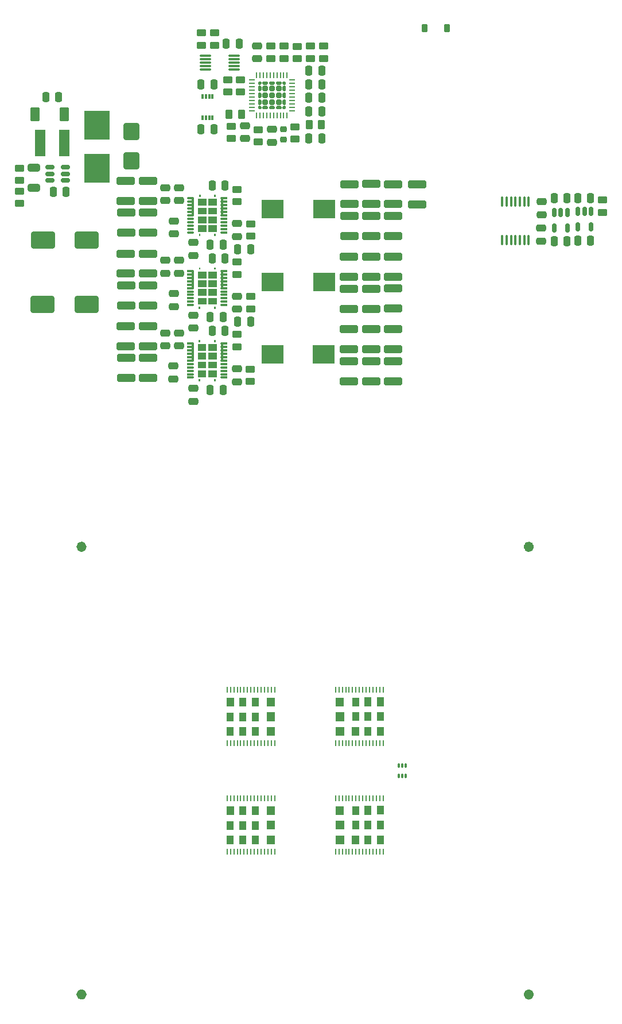
<source format=gtp>
G04 #@! TF.GenerationSoftware,KiCad,Pcbnew,8.0.1-8.0.1-1~ubuntu22.04.1*
G04 #@! TF.CreationDate,2024-10-18T17:17:45+02:00*
G04 #@! TF.ProjectId,nerdqaxe++,6e657264-7161-4786-952b-2b2e6b696361,rev?*
G04 #@! TF.SameCoordinates,Original*
G04 #@! TF.FileFunction,Paste,Top*
G04 #@! TF.FilePolarity,Positive*
%FSLAX46Y46*%
G04 Gerber Fmt 4.6, Leading zero omitted, Abs format (unit mm)*
G04 Created by KiCad (PCBNEW 8.0.1-8.0.1-1~ubuntu22.04.1) date 2024-10-18 17:17:45*
%MOMM*%
%LPD*%
G01*
G04 APERTURE LIST*
G04 Aperture macros list*
%AMRoundRect*
0 Rectangle with rounded corners*
0 $1 Rounding radius*
0 $2 $3 $4 $5 $6 $7 $8 $9 X,Y pos of 4 corners*
0 Add a 4 corners polygon primitive as box body*
4,1,4,$2,$3,$4,$5,$6,$7,$8,$9,$2,$3,0*
0 Add four circle primitives for the rounded corners*
1,1,$1+$1,$2,$3*
1,1,$1+$1,$4,$5*
1,1,$1+$1,$6,$7*
1,1,$1+$1,$8,$9*
0 Add four rect primitives between the rounded corners*
20,1,$1+$1,$2,$3,$4,$5,0*
20,1,$1+$1,$4,$5,$6,$7,0*
20,1,$1+$1,$6,$7,$8,$9,0*
20,1,$1+$1,$8,$9,$2,$3,0*%
%AMFreePoly0*
4,1,19,0.178553,0.213392,0.221317,0.164040,0.231790,0.115895,0.231790,-0.012362,0.213392,-0.075020,0.197845,-0.094312,0.094312,-0.197845,0.036997,-0.229141,0.012362,-0.231790,-0.115895,-0.231790,-0.178553,-0.213392,-0.221317,-0.164040,-0.231790,-0.115895,-0.231790,0.115895,-0.213392,0.178553,-0.164040,0.221317,-0.115895,0.231790,0.115895,0.231790,0.178553,0.213392,0.178553,0.213392,
$1*%
%AMFreePoly1*
4,1,21,0.122595,0.381565,0.128518,0.376137,0.204814,0.299841,0.231439,0.242746,0.231789,0.234719,0.231789,-0.234719,0.210242,-0.293918,0.204814,-0.299841,0.128518,-0.376137,0.071423,-0.402762,0.063396,-0.403112,-0.139692,-0.403112,-0.198891,-0.381565,-0.230390,-0.327007,-0.231789,-0.311015,-0.231789,0.311015,-0.210242,0.370214,-0.155684,0.401713,-0.139692,0.403112,0.063396,0.403112,
0.122595,0.381565,0.122595,0.381565,$1*%
%AMFreePoly2*
4,1,19,0.075020,0.213392,0.094312,0.197845,0.197845,0.094312,0.229141,0.036997,0.231790,0.012362,0.231790,-0.115895,0.213392,-0.178553,0.164040,-0.221317,0.115895,-0.231790,-0.115895,-0.231790,-0.178553,-0.213392,-0.221317,-0.164040,-0.231790,-0.115895,-0.231790,0.115895,-0.213392,0.178553,-0.164040,0.221317,-0.115895,0.231790,0.012362,0.231790,0.075020,0.213392,0.075020,0.213392,
$1*%
%AMFreePoly3*
4,1,21,0.370214,0.210242,0.401713,0.155684,0.403112,0.139692,0.403112,-0.063396,0.381565,-0.122595,0.376137,-0.128518,0.299841,-0.204814,0.242746,-0.231439,0.234719,-0.231789,-0.234719,-0.231789,-0.293918,-0.210242,-0.299841,-0.204814,-0.376137,-0.128518,-0.402762,-0.071423,-0.403112,-0.063396,-0.403112,0.139692,-0.381565,0.198891,-0.327007,0.230390,-0.311015,0.231789,0.311015,0.231789,
0.370214,0.210242,0.370214,0.210242,$1*%
%AMFreePoly4*
4,1,21,0.293918,0.210242,0.299841,0.204814,0.376137,0.128518,0.402762,0.071423,0.403112,0.063396,0.403112,-0.139692,0.381565,-0.198891,0.327007,-0.230390,0.311015,-0.231789,-0.311015,-0.231789,-0.370214,-0.210242,-0.401713,-0.155684,-0.403112,-0.139692,-0.403112,0.063396,-0.381565,0.122595,-0.376137,0.128518,-0.299841,0.204814,-0.242746,0.231439,-0.234719,0.231789,0.234719,0.231789,
0.293918,0.210242,0.293918,0.210242,$1*%
%AMFreePoly5*
4,1,19,0.178553,0.213392,0.221317,0.164040,0.231790,0.115895,0.231790,-0.115895,0.213392,-0.178553,0.164040,-0.221317,0.115895,-0.231790,-0.012362,-0.231790,-0.075020,-0.213392,-0.094312,-0.197845,-0.197845,-0.094312,-0.229141,-0.036997,-0.231790,-0.012362,-0.231790,0.115895,-0.213392,0.178553,-0.164040,0.221317,-0.115895,0.231790,0.115895,0.231790,0.178553,0.213392,0.178553,0.213392,
$1*%
%AMFreePoly6*
4,1,21,0.198891,0.381565,0.230390,0.327007,0.231789,0.311015,0.231789,-0.311015,0.210242,-0.370214,0.155684,-0.401713,0.139692,-0.403112,-0.063396,-0.403112,-0.122595,-0.381565,-0.128518,-0.376137,-0.204814,-0.299841,-0.231439,-0.242746,-0.231789,-0.234719,-0.231789,0.234719,-0.210242,0.293918,-0.204814,0.299841,-0.128518,0.376137,-0.071423,0.402762,-0.063396,0.403112,0.139692,0.403112,
0.198891,0.381565,0.198891,0.381565,$1*%
%AMFreePoly7*
4,1,19,0.178553,0.213392,0.221317,0.164040,0.231790,0.115895,0.231790,-0.115895,0.213392,-0.178553,0.164040,-0.221317,0.115895,-0.231790,-0.115895,-0.231790,-0.178553,-0.213392,-0.221317,-0.164040,-0.231790,-0.115895,-0.231790,0.012362,-0.213392,0.075020,-0.197845,0.094312,-0.094312,0.197845,-0.036997,0.229141,-0.012362,0.231790,0.115895,0.231790,0.178553,0.213392,0.178553,0.213392,
$1*%
G04 Aperture macros list end*
%ADD10C,0.750000*%
%ADD11C,0.001000*%
%ADD12RoundRect,0.250000X1.100000X-0.325000X1.100000X0.325000X-1.100000X0.325000X-1.100000X-0.325000X0*%
%ADD13RoundRect,0.250000X-0.450000X0.262500X-0.450000X-0.262500X0.450000X-0.262500X0.450000X0.262500X0*%
%ADD14RoundRect,0.250000X-0.250000X-0.475000X0.250000X-0.475000X0.250000X0.475000X-0.250000X0.475000X0*%
%ADD15RoundRect,0.250000X0.250000X0.475000X-0.250000X0.475000X-0.250000X-0.475000X0.250000X-0.475000X0*%
%ADD16RoundRect,0.250000X-0.650000X0.325000X-0.650000X-0.325000X0.650000X-0.325000X0.650000X0.325000X0*%
%ADD17RoundRect,0.055250X-0.055250X0.340750X-0.055250X-0.340750X0.055250X-0.340750X0.055250X0.340750X0*%
%ADD18RoundRect,0.250000X-1.100000X0.325000X-1.100000X-0.325000X1.100000X-0.325000X1.100000X0.325000X0*%
%ADD19R,3.300000X2.800000*%
%ADD20RoundRect,0.050000X-0.100000X0.285000X-0.100000X-0.285000X0.100000X-0.285000X0.100000X0.285000X0*%
%ADD21RoundRect,0.250000X0.450000X-0.262500X0.450000X0.262500X-0.450000X0.262500X-0.450000X-0.262500X0*%
%ADD22RoundRect,0.250000X1.500000X1.000000X-1.500000X1.000000X-1.500000X-1.000000X1.500000X-1.000000X0*%
%ADD23FreePoly0,90.000000*%
%ADD24FreePoly1,90.000000*%
%ADD25FreePoly2,90.000000*%
%ADD26FreePoly3,90.000000*%
%ADD27RoundRect,0.201557X0.201556X-0.201556X0.201556X0.201556X-0.201556X0.201556X-0.201556X-0.201556X0*%
%ADD28FreePoly4,90.000000*%
%ADD29FreePoly5,90.000000*%
%ADD30FreePoly6,90.000000*%
%ADD31FreePoly7,90.000000*%
%ADD32RoundRect,0.062500X0.062500X-0.375000X0.062500X0.375000X-0.062500X0.375000X-0.062500X-0.375000X0*%
%ADD33RoundRect,0.062500X0.375000X-0.062500X0.375000X0.062500X-0.375000X0.062500X-0.375000X-0.062500X0*%
%ADD34RoundRect,0.250000X0.475000X-0.250000X0.475000X0.250000X-0.475000X0.250000X-0.475000X-0.250000X0*%
%ADD35RoundRect,0.250000X0.900000X-1.000000X0.900000X1.000000X-0.900000X1.000000X-0.900000X-1.000000X0*%
%ADD36RoundRect,0.250000X-0.475000X0.250000X-0.475000X-0.250000X0.475000X-0.250000X0.475000X0.250000X0*%
%ADD37RoundRect,0.100000X-0.100000X0.637500X-0.100000X-0.637500X0.100000X-0.637500X0.100000X0.637500X0*%
%ADD38RoundRect,0.127000X0.373000X0.023000X-0.373000X0.023000X-0.373000X-0.023000X0.373000X-0.023000X0*%
%ADD39R,0.500000X0.300000*%
%ADD40RoundRect,0.127000X0.078000X1.273000X-0.078000X1.273000X-0.078000X-1.273000X0.078000X-1.273000X0*%
%ADD41RoundRect,0.127000X-0.373000X-0.023000X0.373000X-0.023000X0.373000X0.023000X-0.373000X0.023000X0*%
%ADD42RoundRect,0.150000X-0.150000X0.512500X-0.150000X-0.512500X0.150000X-0.512500X0.150000X0.512500X0*%
%ADD43RoundRect,0.250000X-0.262500X-0.450000X0.262500X-0.450000X0.262500X0.450000X-0.262500X0.450000X0*%
%ADD44RoundRect,0.250000X0.262500X0.450000X-0.262500X0.450000X-0.262500X-0.450000X0.262500X-0.450000X0*%
%ADD45RoundRect,0.250000X0.450000X0.800000X-0.450000X0.800000X-0.450000X-0.800000X0.450000X-0.800000X0*%
%ADD46RoundRect,0.150000X-0.512500X-0.150000X0.512500X-0.150000X0.512500X0.150000X-0.512500X0.150000X0*%
%ADD47RoundRect,0.055250X0.055250X-0.340750X0.055250X0.340750X-0.055250X0.340750X-0.055250X-0.340750X0*%
%ADD48R,1.500000X4.000000*%
%ADD49RoundRect,0.225000X-0.250000X0.225000X-0.250000X-0.225000X0.250000X-0.225000X0.250000X0.225000X0*%
%ADD50R,0.300000X0.800000*%
%ADD51RoundRect,0.087500X0.725000X0.087500X-0.725000X0.087500X-0.725000X-0.087500X0.725000X-0.087500X0*%
%ADD52RoundRect,0.225000X0.225000X0.375000X-0.225000X0.375000X-0.225000X-0.375000X0.225000X-0.375000X0*%
%ADD53R,3.810000X4.245000*%
G04 APERTURE END LIST*
D10*
X62375000Y-105000000D02*
G75*
G02*
X61625000Y-105000000I-375000J0D01*
G01*
X61625000Y-105000000D02*
G75*
G02*
X62375000Y-105000000I375000J0D01*
G01*
D11*
X83435000Y-130650000D02*
X84385000Y-130650000D01*
X84385000Y-129450000D01*
X83435000Y-129450000D01*
X83435000Y-130650000D01*
G36*
X83435000Y-130650000D02*
G01*
X84385000Y-130650000D01*
X84385000Y-129450000D01*
X83435000Y-129450000D01*
X83435000Y-130650000D01*
G37*
X83435000Y-132800000D02*
X84385000Y-132800000D01*
X84385000Y-131600000D01*
X83435000Y-131600000D01*
X83435000Y-132800000D01*
G36*
X83435000Y-132800000D02*
G01*
X84385000Y-132800000D01*
X84385000Y-131600000D01*
X83435000Y-131600000D01*
X83435000Y-132800000D01*
G37*
X83445000Y-128440000D02*
X84395000Y-128440000D01*
X84395000Y-127240000D01*
X83445000Y-127240000D01*
X83445000Y-128440000D01*
G36*
X83445000Y-128440000D02*
G01*
X84395000Y-128440000D01*
X84395000Y-127240000D01*
X83445000Y-127240000D01*
X83445000Y-128440000D01*
G37*
X85295000Y-130640000D02*
X86245000Y-130640000D01*
X86245000Y-129440000D01*
X85295000Y-129440000D01*
X85295000Y-130640000D01*
G36*
X85295000Y-130640000D02*
G01*
X86245000Y-130640000D01*
X86245000Y-129440000D01*
X85295000Y-129440000D01*
X85295000Y-130640000D01*
G37*
X85295000Y-132790000D02*
X86245000Y-132790000D01*
X86245000Y-131590000D01*
X85295000Y-131590000D01*
X85295000Y-132790000D01*
G36*
X85295000Y-132790000D02*
G01*
X86245000Y-132790000D01*
X86245000Y-131590000D01*
X85295000Y-131590000D01*
X85295000Y-132790000D01*
G37*
X85305000Y-128430000D02*
X86255000Y-128430000D01*
X86255000Y-127230000D01*
X85305000Y-127230000D01*
X85305000Y-128430000D01*
G36*
X85305000Y-128430000D02*
G01*
X86255000Y-128430000D01*
X86255000Y-127230000D01*
X85305000Y-127230000D01*
X85305000Y-128430000D01*
G37*
X87125000Y-130630000D02*
X88075000Y-130630000D01*
X88075000Y-129430000D01*
X87125000Y-129430000D01*
X87125000Y-130630000D01*
G36*
X87125000Y-130630000D02*
G01*
X88075000Y-130630000D01*
X88075000Y-129430000D01*
X87125000Y-129430000D01*
X87125000Y-130630000D01*
G37*
X87125000Y-132780000D02*
X88075000Y-132780000D01*
X88075000Y-131580000D01*
X87125000Y-131580000D01*
X87125000Y-132780000D01*
G36*
X87125000Y-132780000D02*
G01*
X88075000Y-132780000D01*
X88075000Y-131580000D01*
X87125000Y-131580000D01*
X87125000Y-132780000D01*
G37*
X87135000Y-128420000D02*
X88085000Y-128420000D01*
X88085000Y-127220000D01*
X87135000Y-127220000D01*
X87135000Y-128420000D01*
G36*
X87135000Y-128420000D02*
G01*
X88085000Y-128420000D01*
X88085000Y-127220000D01*
X87135000Y-127220000D01*
X87135000Y-128420000D01*
G37*
X89340000Y-128460000D02*
X90460000Y-128460000D01*
X90460000Y-127260000D01*
X89340000Y-127260000D01*
X89340000Y-128460000D01*
G36*
X89340000Y-128460000D02*
G01*
X90460000Y-128460000D01*
X90460000Y-127260000D01*
X89340000Y-127260000D01*
X89340000Y-128460000D01*
G37*
X89350000Y-130600000D02*
X90460000Y-130600000D01*
X90460000Y-129400000D01*
X89350000Y-129400000D01*
X89350000Y-130600000D01*
G36*
X89350000Y-130600000D02*
G01*
X90460000Y-130600000D01*
X90460000Y-129400000D01*
X89350000Y-129400000D01*
X89350000Y-130600000D01*
G37*
X89370000Y-132780000D02*
X90480000Y-132780000D01*
X90480000Y-131580000D01*
X89370000Y-131580000D01*
X89370000Y-132780000D01*
G36*
X89370000Y-132780000D02*
G01*
X90480000Y-132780000D01*
X90480000Y-131580000D01*
X89370000Y-131580000D01*
X89370000Y-132780000D01*
G37*
G36*
X79165000Y-64417500D02*
G01*
X80415000Y-64417500D01*
X80415000Y-65412500D01*
X79165000Y-65412500D01*
X79165000Y-64417500D01*
G37*
G36*
X79165000Y-65712500D02*
G01*
X80415000Y-65712500D01*
X80415000Y-66707500D01*
X79165000Y-66707500D01*
X79165000Y-65712500D01*
G37*
G36*
X79165000Y-67007500D02*
G01*
X80415000Y-67007500D01*
X80415000Y-68002500D01*
X79165000Y-68002500D01*
X79165000Y-67007500D01*
G37*
G36*
X79165000Y-68302500D02*
G01*
X80415000Y-68302500D01*
X80415000Y-69297500D01*
X79165000Y-69297500D01*
X79165000Y-68302500D01*
G37*
G36*
X79305000Y-69597500D02*
G01*
X79555000Y-69597500D01*
X79555000Y-69908500D01*
X79305000Y-69908500D01*
X79305000Y-69597500D01*
G37*
G36*
X79315000Y-63806500D02*
G01*
X79565000Y-63806500D01*
X79565000Y-64117500D01*
X79315000Y-64117500D01*
X79315000Y-63806500D01*
G37*
G36*
X80715000Y-65712500D02*
G01*
X81965000Y-65712500D01*
X81965000Y-66707500D01*
X80715000Y-66707500D01*
X80715000Y-65712500D01*
G37*
G36*
X80715000Y-67007500D02*
G01*
X81965000Y-67007500D01*
X81965000Y-68002500D01*
X80715000Y-68002500D01*
X80715000Y-67007500D01*
G37*
G36*
X80715000Y-68302500D02*
G01*
X81965000Y-68302500D01*
X81965000Y-69297500D01*
X80715000Y-69297500D01*
X80715000Y-68302500D01*
G37*
G36*
X80725000Y-64417500D02*
G01*
X81975000Y-64417500D01*
X81975000Y-65412500D01*
X80725000Y-65412500D01*
X80725000Y-64417500D01*
G37*
G36*
X81565000Y-63806500D02*
G01*
X81815000Y-63806500D01*
X81815000Y-64117500D01*
X81565000Y-64117500D01*
X81565000Y-63806500D01*
G37*
G36*
X81565000Y-69597500D02*
G01*
X81815000Y-69597500D01*
X81815000Y-69908500D01*
X81565000Y-69908500D01*
X81565000Y-69597500D01*
G37*
D10*
X62375000Y-171000000D02*
G75*
G02*
X61625000Y-171000000I-375000J0D01*
G01*
X61625000Y-171000000D02*
G75*
G02*
X62375000Y-171000000I375000J0D01*
G01*
X128375000Y-171000000D02*
G75*
G02*
X127625000Y-171000000I-375000J0D01*
G01*
X127625000Y-171000000D02*
G75*
G02*
X128375000Y-171000000I375000J0D01*
G01*
D11*
X83435000Y-146650000D02*
X84385000Y-146650000D01*
X84385000Y-145450000D01*
X83435000Y-145450000D01*
X83435000Y-146650000D01*
G36*
X83435000Y-146650000D02*
G01*
X84385000Y-146650000D01*
X84385000Y-145450000D01*
X83435000Y-145450000D01*
X83435000Y-146650000D01*
G37*
X83435000Y-148800000D02*
X84385000Y-148800000D01*
X84385000Y-147600000D01*
X83435000Y-147600000D01*
X83435000Y-148800000D01*
G36*
X83435000Y-148800000D02*
G01*
X84385000Y-148800000D01*
X84385000Y-147600000D01*
X83435000Y-147600000D01*
X83435000Y-148800000D01*
G37*
X83445000Y-144440000D02*
X84395000Y-144440000D01*
X84395000Y-143240000D01*
X83445000Y-143240000D01*
X83445000Y-144440000D01*
G36*
X83445000Y-144440000D02*
G01*
X84395000Y-144440000D01*
X84395000Y-143240000D01*
X83445000Y-143240000D01*
X83445000Y-144440000D01*
G37*
X85295000Y-146640000D02*
X86245000Y-146640000D01*
X86245000Y-145440000D01*
X85295000Y-145440000D01*
X85295000Y-146640000D01*
G36*
X85295000Y-146640000D02*
G01*
X86245000Y-146640000D01*
X86245000Y-145440000D01*
X85295000Y-145440000D01*
X85295000Y-146640000D01*
G37*
X85295000Y-148790000D02*
X86245000Y-148790000D01*
X86245000Y-147590000D01*
X85295000Y-147590000D01*
X85295000Y-148790000D01*
G36*
X85295000Y-148790000D02*
G01*
X86245000Y-148790000D01*
X86245000Y-147590000D01*
X85295000Y-147590000D01*
X85295000Y-148790000D01*
G37*
X85305000Y-144430000D02*
X86255000Y-144430000D01*
X86255000Y-143230000D01*
X85305000Y-143230000D01*
X85305000Y-144430000D01*
G36*
X85305000Y-144430000D02*
G01*
X86255000Y-144430000D01*
X86255000Y-143230000D01*
X85305000Y-143230000D01*
X85305000Y-144430000D01*
G37*
X87125000Y-146630000D02*
X88075000Y-146630000D01*
X88075000Y-145430000D01*
X87125000Y-145430000D01*
X87125000Y-146630000D01*
G36*
X87125000Y-146630000D02*
G01*
X88075000Y-146630000D01*
X88075000Y-145430000D01*
X87125000Y-145430000D01*
X87125000Y-146630000D01*
G37*
X87125000Y-148780000D02*
X88075000Y-148780000D01*
X88075000Y-147580000D01*
X87125000Y-147580000D01*
X87125000Y-148780000D01*
G36*
X87125000Y-148780000D02*
G01*
X88075000Y-148780000D01*
X88075000Y-147580000D01*
X87125000Y-147580000D01*
X87125000Y-148780000D01*
G37*
X87135000Y-144420000D02*
X88085000Y-144420000D01*
X88085000Y-143220000D01*
X87135000Y-143220000D01*
X87135000Y-144420000D01*
G36*
X87135000Y-144420000D02*
G01*
X88085000Y-144420000D01*
X88085000Y-143220000D01*
X87135000Y-143220000D01*
X87135000Y-144420000D01*
G37*
X89340000Y-144460000D02*
X90460000Y-144460000D01*
X90460000Y-143260000D01*
X89340000Y-143260000D01*
X89340000Y-144460000D01*
G36*
X89340000Y-144460000D02*
G01*
X90460000Y-144460000D01*
X90460000Y-143260000D01*
X89340000Y-143260000D01*
X89340000Y-144460000D01*
G37*
X89350000Y-146600000D02*
X90460000Y-146600000D01*
X90460000Y-145400000D01*
X89350000Y-145400000D01*
X89350000Y-146600000D01*
G36*
X89350000Y-146600000D02*
G01*
X90460000Y-146600000D01*
X90460000Y-145400000D01*
X89350000Y-145400000D01*
X89350000Y-146600000D01*
G37*
X89370000Y-148780000D02*
X90480000Y-148780000D01*
X90480000Y-147580000D01*
X89370000Y-147580000D01*
X89370000Y-148780000D01*
G36*
X89370000Y-148780000D02*
G01*
X90480000Y-148780000D01*
X90480000Y-147580000D01*
X89370000Y-147580000D01*
X89370000Y-148780000D01*
G37*
X100630000Y-127220000D02*
X99520000Y-127220000D01*
X99520000Y-128420000D01*
X100630000Y-128420000D01*
X100630000Y-127220000D01*
G36*
X100630000Y-127220000D02*
G01*
X99520000Y-127220000D01*
X99520000Y-128420000D01*
X100630000Y-128420000D01*
X100630000Y-127220000D01*
G37*
X100650000Y-129400000D02*
X99540000Y-129400000D01*
X99540000Y-130600000D01*
X100650000Y-130600000D01*
X100650000Y-129400000D01*
G36*
X100650000Y-129400000D02*
G01*
X99540000Y-129400000D01*
X99540000Y-130600000D01*
X100650000Y-130600000D01*
X100650000Y-129400000D01*
G37*
X100660000Y-131540000D02*
X99540000Y-131540000D01*
X99540000Y-132740000D01*
X100660000Y-132740000D01*
X100660000Y-131540000D01*
G36*
X100660000Y-131540000D02*
G01*
X99540000Y-131540000D01*
X99540000Y-132740000D01*
X100660000Y-132740000D01*
X100660000Y-131540000D01*
G37*
X102865000Y-131580000D02*
X101915000Y-131580000D01*
X101915000Y-132780000D01*
X102865000Y-132780000D01*
X102865000Y-131580000D01*
G36*
X102865000Y-131580000D02*
G01*
X101915000Y-131580000D01*
X101915000Y-132780000D01*
X102865000Y-132780000D01*
X102865000Y-131580000D01*
G37*
X102875000Y-127220000D02*
X101925000Y-127220000D01*
X101925000Y-128420000D01*
X102875000Y-128420000D01*
X102875000Y-127220000D01*
G36*
X102875000Y-127220000D02*
G01*
X101925000Y-127220000D01*
X101925000Y-128420000D01*
X102875000Y-128420000D01*
X102875000Y-127220000D01*
G37*
X102875000Y-129370000D02*
X101925000Y-129370000D01*
X101925000Y-130570000D01*
X102875000Y-130570000D01*
X102875000Y-129370000D01*
G36*
X102875000Y-129370000D02*
G01*
X101925000Y-129370000D01*
X101925000Y-130570000D01*
X102875000Y-130570000D01*
X102875000Y-129370000D01*
G37*
X104695000Y-131570000D02*
X103745000Y-131570000D01*
X103745000Y-132770000D01*
X104695000Y-132770000D01*
X104695000Y-131570000D01*
G36*
X104695000Y-131570000D02*
G01*
X103745000Y-131570000D01*
X103745000Y-132770000D01*
X104695000Y-132770000D01*
X104695000Y-131570000D01*
G37*
X104705000Y-127210000D02*
X103755000Y-127210000D01*
X103755000Y-128410000D01*
X104705000Y-128410000D01*
X104705000Y-127210000D01*
G36*
X104705000Y-127210000D02*
G01*
X103755000Y-127210000D01*
X103755000Y-128410000D01*
X104705000Y-128410000D01*
X104705000Y-127210000D01*
G37*
X104705000Y-129360000D02*
X103755000Y-129360000D01*
X103755000Y-130560000D01*
X104705000Y-130560000D01*
X104705000Y-129360000D01*
G36*
X104705000Y-129360000D02*
G01*
X103755000Y-129360000D01*
X103755000Y-130560000D01*
X104705000Y-130560000D01*
X104705000Y-129360000D01*
G37*
X106555000Y-131560000D02*
X105605000Y-131560000D01*
X105605000Y-132760000D01*
X106555000Y-132760000D01*
X106555000Y-131560000D01*
G36*
X106555000Y-131560000D02*
G01*
X105605000Y-131560000D01*
X105605000Y-132760000D01*
X106555000Y-132760000D01*
X106555000Y-131560000D01*
G37*
X106565000Y-127200000D02*
X105615000Y-127200000D01*
X105615000Y-128400000D01*
X106565000Y-128400000D01*
X106565000Y-127200000D01*
G36*
X106565000Y-127200000D02*
G01*
X105615000Y-127200000D01*
X105615000Y-128400000D01*
X106565000Y-128400000D01*
X106565000Y-127200000D01*
G37*
X106565000Y-129350000D02*
X105615000Y-129350000D01*
X105615000Y-130550000D01*
X106565000Y-130550000D01*
X106565000Y-129350000D01*
G36*
X106565000Y-129350000D02*
G01*
X105615000Y-129350000D01*
X105615000Y-130550000D01*
X106565000Y-130550000D01*
X106565000Y-129350000D01*
G37*
X100630000Y-143220000D02*
X99520000Y-143220000D01*
X99520000Y-144420000D01*
X100630000Y-144420000D01*
X100630000Y-143220000D01*
G36*
X100630000Y-143220000D02*
G01*
X99520000Y-143220000D01*
X99520000Y-144420000D01*
X100630000Y-144420000D01*
X100630000Y-143220000D01*
G37*
X100650000Y-145400000D02*
X99540000Y-145400000D01*
X99540000Y-146600000D01*
X100650000Y-146600000D01*
X100650000Y-145400000D01*
G36*
X100650000Y-145400000D02*
G01*
X99540000Y-145400000D01*
X99540000Y-146600000D01*
X100650000Y-146600000D01*
X100650000Y-145400000D01*
G37*
X100660000Y-147540000D02*
X99540000Y-147540000D01*
X99540000Y-148740000D01*
X100660000Y-148740000D01*
X100660000Y-147540000D01*
G36*
X100660000Y-147540000D02*
G01*
X99540000Y-147540000D01*
X99540000Y-148740000D01*
X100660000Y-148740000D01*
X100660000Y-147540000D01*
G37*
X102865000Y-147580000D02*
X101915000Y-147580000D01*
X101915000Y-148780000D01*
X102865000Y-148780000D01*
X102865000Y-147580000D01*
G36*
X102865000Y-147580000D02*
G01*
X101915000Y-147580000D01*
X101915000Y-148780000D01*
X102865000Y-148780000D01*
X102865000Y-147580000D01*
G37*
X102875000Y-143220000D02*
X101925000Y-143220000D01*
X101925000Y-144420000D01*
X102875000Y-144420000D01*
X102875000Y-143220000D01*
G36*
X102875000Y-143220000D02*
G01*
X101925000Y-143220000D01*
X101925000Y-144420000D01*
X102875000Y-144420000D01*
X102875000Y-143220000D01*
G37*
X102875000Y-145370000D02*
X101925000Y-145370000D01*
X101925000Y-146570000D01*
X102875000Y-146570000D01*
X102875000Y-145370000D01*
G36*
X102875000Y-145370000D02*
G01*
X101925000Y-145370000D01*
X101925000Y-146570000D01*
X102875000Y-146570000D01*
X102875000Y-145370000D01*
G37*
X104695000Y-147570000D02*
X103745000Y-147570000D01*
X103745000Y-148770000D01*
X104695000Y-148770000D01*
X104695000Y-147570000D01*
G36*
X104695000Y-147570000D02*
G01*
X103745000Y-147570000D01*
X103745000Y-148770000D01*
X104695000Y-148770000D01*
X104695000Y-147570000D01*
G37*
X104705000Y-143210000D02*
X103755000Y-143210000D01*
X103755000Y-144410000D01*
X104705000Y-144410000D01*
X104705000Y-143210000D01*
G36*
X104705000Y-143210000D02*
G01*
X103755000Y-143210000D01*
X103755000Y-144410000D01*
X104705000Y-144410000D01*
X104705000Y-143210000D01*
G37*
X104705000Y-145360000D02*
X103755000Y-145360000D01*
X103755000Y-146560000D01*
X104705000Y-146560000D01*
X104705000Y-145360000D01*
G36*
X104705000Y-145360000D02*
G01*
X103755000Y-145360000D01*
X103755000Y-146560000D01*
X104705000Y-146560000D01*
X104705000Y-145360000D01*
G37*
X106555000Y-147560000D02*
X105605000Y-147560000D01*
X105605000Y-148760000D01*
X106555000Y-148760000D01*
X106555000Y-147560000D01*
G36*
X106555000Y-147560000D02*
G01*
X105605000Y-147560000D01*
X105605000Y-148760000D01*
X106555000Y-148760000D01*
X106555000Y-147560000D01*
G37*
X106565000Y-143200000D02*
X105615000Y-143200000D01*
X105615000Y-144400000D01*
X106565000Y-144400000D01*
X106565000Y-143200000D01*
G36*
X106565000Y-143200000D02*
G01*
X105615000Y-143200000D01*
X105615000Y-144400000D01*
X106565000Y-144400000D01*
X106565000Y-143200000D01*
G37*
X106565000Y-145350000D02*
X105615000Y-145350000D01*
X105615000Y-146550000D01*
X106565000Y-146550000D01*
X106565000Y-145350000D01*
G36*
X106565000Y-145350000D02*
G01*
X105615000Y-145350000D01*
X105615000Y-146550000D01*
X106565000Y-146550000D01*
X106565000Y-145350000D01*
G37*
G36*
X79175000Y-53697500D02*
G01*
X80425000Y-53697500D01*
X80425000Y-54692500D01*
X79175000Y-54692500D01*
X79175000Y-53697500D01*
G37*
G36*
X79175000Y-54992500D02*
G01*
X80425000Y-54992500D01*
X80425000Y-55987500D01*
X79175000Y-55987500D01*
X79175000Y-54992500D01*
G37*
G36*
X79175000Y-56287500D02*
G01*
X80425000Y-56287500D01*
X80425000Y-57282500D01*
X79175000Y-57282500D01*
X79175000Y-56287500D01*
G37*
G36*
X79175000Y-57582500D02*
G01*
X80425000Y-57582500D01*
X80425000Y-58577500D01*
X79175000Y-58577500D01*
X79175000Y-57582500D01*
G37*
G36*
X79315000Y-58877500D02*
G01*
X79565000Y-58877500D01*
X79565000Y-59188500D01*
X79315000Y-59188500D01*
X79315000Y-58877500D01*
G37*
G36*
X79325000Y-53086500D02*
G01*
X79575000Y-53086500D01*
X79575000Y-53397500D01*
X79325000Y-53397500D01*
X79325000Y-53086500D01*
G37*
G36*
X80725000Y-54992500D02*
G01*
X81975000Y-54992500D01*
X81975000Y-55987500D01*
X80725000Y-55987500D01*
X80725000Y-54992500D01*
G37*
G36*
X80725000Y-56287500D02*
G01*
X81975000Y-56287500D01*
X81975000Y-57282500D01*
X80725000Y-57282500D01*
X80725000Y-56287500D01*
G37*
G36*
X80725000Y-57582500D02*
G01*
X81975000Y-57582500D01*
X81975000Y-58577500D01*
X80725000Y-58577500D01*
X80725000Y-57582500D01*
G37*
G36*
X80735000Y-53697500D02*
G01*
X81985000Y-53697500D01*
X81985000Y-54692500D01*
X80735000Y-54692500D01*
X80735000Y-53697500D01*
G37*
G36*
X81575000Y-53086500D02*
G01*
X81825000Y-53086500D01*
X81825000Y-53397500D01*
X81575000Y-53397500D01*
X81575000Y-53086500D01*
G37*
G36*
X81575000Y-58877500D02*
G01*
X81825000Y-58877500D01*
X81825000Y-59188500D01*
X81575000Y-59188500D01*
X81575000Y-58877500D01*
G37*
G36*
X79155000Y-75107500D02*
G01*
X80405000Y-75107500D01*
X80405000Y-76102500D01*
X79155000Y-76102500D01*
X79155000Y-75107500D01*
G37*
G36*
X79155000Y-76402500D02*
G01*
X80405000Y-76402500D01*
X80405000Y-77397500D01*
X79155000Y-77397500D01*
X79155000Y-76402500D01*
G37*
G36*
X79155000Y-77697500D02*
G01*
X80405000Y-77697500D01*
X80405000Y-78692500D01*
X79155000Y-78692500D01*
X79155000Y-77697500D01*
G37*
G36*
X79155000Y-78992500D02*
G01*
X80405000Y-78992500D01*
X80405000Y-79987500D01*
X79155000Y-79987500D01*
X79155000Y-78992500D01*
G37*
G36*
X79295000Y-80287500D02*
G01*
X79545000Y-80287500D01*
X79545000Y-80598500D01*
X79295000Y-80598500D01*
X79295000Y-80287500D01*
G37*
G36*
X79305000Y-74496500D02*
G01*
X79555000Y-74496500D01*
X79555000Y-74807500D01*
X79305000Y-74807500D01*
X79305000Y-74496500D01*
G37*
G36*
X80705000Y-76402500D02*
G01*
X81955000Y-76402500D01*
X81955000Y-77397500D01*
X80705000Y-77397500D01*
X80705000Y-76402500D01*
G37*
G36*
X80705000Y-77697500D02*
G01*
X81955000Y-77697500D01*
X81955000Y-78692500D01*
X80705000Y-78692500D01*
X80705000Y-77697500D01*
G37*
G36*
X80705000Y-78992500D02*
G01*
X81955000Y-78992500D01*
X81955000Y-79987500D01*
X80705000Y-79987500D01*
X80705000Y-78992500D01*
G37*
G36*
X80715000Y-75107500D02*
G01*
X81965000Y-75107500D01*
X81965000Y-76102500D01*
X80715000Y-76102500D01*
X80715000Y-75107500D01*
G37*
G36*
X81555000Y-74496500D02*
G01*
X81805000Y-74496500D01*
X81805000Y-74807500D01*
X81555000Y-74807500D01*
X81555000Y-74496500D01*
G37*
G36*
X81555000Y-80287500D02*
G01*
X81805000Y-80287500D01*
X81805000Y-80598500D01*
X81555000Y-80598500D01*
X81555000Y-80287500D01*
G37*
D10*
X128375000Y-105000000D02*
G75*
G02*
X127625000Y-105000000I-375000J0D01*
G01*
X127625000Y-105000000D02*
G75*
G02*
X128375000Y-105000000I375000J0D01*
G01*
D12*
X108000000Y-75875000D03*
X108000000Y-72925000D03*
D13*
X81600000Y-29237500D03*
X81600000Y-31062500D03*
D14*
X95550000Y-38800000D03*
X97450000Y-38800000D03*
D15*
X133626315Y-59976089D03*
X131726315Y-59976089D03*
D16*
X55000000Y-49125000D03*
X55000000Y-52075000D03*
D17*
X90514000Y-126084000D03*
X90012000Y-126084000D03*
X89510000Y-126084000D03*
X89008000Y-126084000D03*
X88506000Y-126084000D03*
X88004000Y-126084000D03*
X87502000Y-126084000D03*
X87000000Y-126084000D03*
X86498000Y-126084000D03*
X85996000Y-126084000D03*
X85494000Y-126084000D03*
X84992000Y-126084000D03*
X84490000Y-126084000D03*
X83988000Y-126084000D03*
X83486000Y-126084000D03*
X83486000Y-133916000D03*
X83988000Y-133916000D03*
X84490000Y-133916000D03*
X84992000Y-133916000D03*
X85494000Y-133916000D03*
X85996000Y-133916000D03*
X86498000Y-133916000D03*
X87000000Y-133916000D03*
X87502000Y-133916000D03*
X88004000Y-133916000D03*
X88506000Y-133916000D03*
X89008000Y-133916000D03*
X89510000Y-133916000D03*
X90012000Y-133916000D03*
X90514000Y-133916000D03*
D18*
X68580000Y-77160000D03*
X68580000Y-80110000D03*
D13*
X79700000Y-29237500D03*
X79700000Y-31062500D03*
X91900000Y-31197500D03*
X91900000Y-33022500D03*
D19*
X90180000Y-55200000D03*
X97790000Y-55200000D03*
D13*
X52862500Y-49156250D03*
X52862500Y-50981250D03*
X52862500Y-52556250D03*
X52862500Y-54381250D03*
D12*
X104750000Y-54450000D03*
X104750000Y-51500000D03*
D13*
X84940000Y-63007500D03*
X84940000Y-64832500D03*
D20*
X109840000Y-137280000D03*
X109340000Y-137280000D03*
X108840000Y-137280000D03*
X108840000Y-138760000D03*
X109340000Y-138760000D03*
X109840000Y-138760000D03*
D21*
X89900000Y-33012500D03*
X89900000Y-31187500D03*
D18*
X104740000Y-66970000D03*
X104740000Y-69920000D03*
D15*
X137126315Y-53556089D03*
X135226315Y-53556089D03*
D22*
X62750000Y-69250000D03*
X56250000Y-69250000D03*
D18*
X71790000Y-66470000D03*
X71790000Y-69420000D03*
D21*
X93493750Y-44912500D03*
X93493750Y-43087500D03*
D23*
X88306250Y-40225000D03*
D24*
X89093750Y-40225000D03*
X90093750Y-40225000D03*
X91093750Y-40225000D03*
D25*
X91881250Y-40225000D03*
D26*
X88306250Y-39437500D03*
D27*
X89093750Y-39437500D03*
X90093750Y-39437500D03*
X91093750Y-39437500D03*
D28*
X91881250Y-39437500D03*
D26*
X88306250Y-38437500D03*
D27*
X89093750Y-38437500D03*
X90093750Y-38437500D03*
X91093750Y-38437500D03*
D28*
X91881250Y-38437500D03*
D26*
X88306250Y-37437500D03*
D27*
X89093750Y-37437500D03*
X90093750Y-37437500D03*
X91093750Y-37437500D03*
D28*
X91881250Y-37437500D03*
D29*
X88306250Y-36650000D03*
D30*
X89093750Y-36650000D03*
X90093750Y-36650000D03*
X91093750Y-36650000D03*
D31*
X91881250Y-36650000D03*
D32*
X87843750Y-41375000D03*
X88343750Y-41375000D03*
X88843750Y-41375000D03*
X89343750Y-41375000D03*
X89843750Y-41375000D03*
X90343750Y-41375000D03*
X90843750Y-41375000D03*
X91343750Y-41375000D03*
X91843750Y-41375000D03*
X92343750Y-41375000D03*
D33*
X93031250Y-40687500D03*
X93031250Y-40187500D03*
X93031250Y-39687500D03*
X93031250Y-39187500D03*
X93031250Y-38687500D03*
X93031250Y-38187500D03*
X93031250Y-37687500D03*
X93031250Y-37187500D03*
X93031250Y-36687500D03*
X93031250Y-36187500D03*
D32*
X92343750Y-35500000D03*
X91843750Y-35500000D03*
X91343750Y-35500000D03*
X90843750Y-35500000D03*
X90343750Y-35500000D03*
X89843750Y-35500000D03*
X89343750Y-35500000D03*
X88843750Y-35500000D03*
X88343750Y-35500000D03*
X87843750Y-35500000D03*
D33*
X87156250Y-36187500D03*
X87156250Y-36687500D03*
X87156250Y-37187500D03*
X87156250Y-37687500D03*
X87156250Y-38187500D03*
X87156250Y-38687500D03*
X87156250Y-39187500D03*
X87156250Y-39687500D03*
X87156250Y-40187500D03*
X87156250Y-40687500D03*
D14*
X79637500Y-36800000D03*
X81537500Y-36800000D03*
D34*
X74400000Y-53950000D03*
X74400000Y-52050000D03*
X87900000Y-33050000D03*
X87900000Y-31150000D03*
D14*
X83350000Y-30850000D03*
X85250000Y-30850000D03*
D21*
X88093750Y-45312500D03*
X88093750Y-43487500D03*
D12*
X111500000Y-54500000D03*
X111500000Y-51550000D03*
D15*
X83190000Y-62457500D03*
X81290000Y-62457500D03*
D21*
X86940000Y-69932500D03*
X86940000Y-68107500D03*
D12*
X68540000Y-64720000D03*
X68540000Y-61770000D03*
D13*
X97700000Y-31187500D03*
X97700000Y-33012500D03*
D35*
X69400000Y-48050000D03*
X69400000Y-43750000D03*
D36*
X78480000Y-81650000D03*
X78480000Y-83550000D03*
D37*
X127980000Y-54077500D03*
X127330000Y-54077500D03*
X126680000Y-54077500D03*
X126030000Y-54077500D03*
X125380000Y-54077500D03*
X124730000Y-54077500D03*
X124080000Y-54077500D03*
X124080000Y-59802500D03*
X124730000Y-59802500D03*
X125380000Y-59802500D03*
X126030000Y-59802500D03*
X126680000Y-59802500D03*
X127330000Y-59802500D03*
X127980000Y-59802500D03*
D15*
X81537500Y-43400000D03*
X79637500Y-43400000D03*
D19*
X90170000Y-65920000D03*
X97780000Y-65920000D03*
D36*
X129860000Y-54130000D03*
X129860000Y-56030000D03*
D34*
X75600000Y-58850000D03*
X75600000Y-56950000D03*
D12*
X108000000Y-54475000D03*
X108000000Y-51525000D03*
D21*
X138880000Y-55670000D03*
X138880000Y-53845000D03*
D14*
X95550000Y-44800000D03*
X97450000Y-44800000D03*
D15*
X82900000Y-60437500D03*
X81000000Y-60437500D03*
D38*
X83015000Y-69357500D03*
D39*
X83265000Y-69357500D03*
D38*
X83015000Y-68857500D03*
D39*
X83265000Y-68857500D03*
D38*
X83015000Y-68357500D03*
D39*
X83265000Y-68357500D03*
D38*
X83015000Y-67857500D03*
D39*
X83265000Y-67857500D03*
D38*
X83015000Y-67357500D03*
D39*
X83265000Y-67357500D03*
D40*
X82715000Y-65607500D03*
D38*
X83015000Y-64357500D03*
X83015000Y-64857500D03*
X83015000Y-65357500D03*
X83015000Y-65857500D03*
X83015000Y-66357500D03*
X83015000Y-66857500D03*
D39*
X83265000Y-64357500D03*
X83265000Y-64857500D03*
X83265000Y-65357500D03*
X83265000Y-65857500D03*
X83265000Y-66357500D03*
X83265000Y-66857500D03*
X77865000Y-64357500D03*
X77865000Y-64857500D03*
X77865000Y-65357500D03*
X77865000Y-65857500D03*
X77865000Y-66357500D03*
X77865000Y-66857500D03*
D41*
X78115000Y-64357500D03*
X78115000Y-64857500D03*
X78115000Y-65357500D03*
X78115000Y-65857500D03*
X78115000Y-66357500D03*
X78115000Y-66857500D03*
D40*
X78415000Y-65607500D03*
D39*
X77865000Y-67357500D03*
D41*
X78115000Y-67357500D03*
D39*
X77865000Y-67857500D03*
D41*
X78115000Y-67857500D03*
D39*
X77865000Y-68357500D03*
D41*
X78115000Y-68357500D03*
D39*
X77865000Y-68857500D03*
D41*
X78115000Y-68857500D03*
D39*
X77865000Y-69357500D03*
D41*
X78115000Y-69357500D03*
D13*
X95800000Y-31187500D03*
X95800000Y-33012500D03*
D15*
X83180000Y-73147500D03*
X81280000Y-73147500D03*
D21*
X83590000Y-37942500D03*
X83590000Y-36117500D03*
D18*
X108000000Y-66925000D03*
X108000000Y-69875000D03*
D36*
X90080000Y-43450000D03*
X90080000Y-45350000D03*
X78500000Y-60150000D03*
X78500000Y-62050000D03*
D42*
X137176315Y-55576089D03*
X136226315Y-55576089D03*
X135276315Y-55576089D03*
X135276315Y-57851089D03*
X137176315Y-57851089D03*
D15*
X82880000Y-81847500D03*
X80980000Y-81847500D03*
D36*
X84950000Y-57350000D03*
X84950000Y-59250000D03*
D13*
X93800000Y-31207500D03*
X93800000Y-33032500D03*
D12*
X68530000Y-75410000D03*
X68530000Y-72460000D03*
D43*
X83787500Y-41200000D03*
X85612500Y-41200000D03*
D12*
X108000000Y-65175000D03*
X108000000Y-62225000D03*
D36*
X78490000Y-70870000D03*
X78490000Y-72770000D03*
D12*
X101500000Y-54475000D03*
X101500000Y-51525000D03*
D18*
X104730000Y-77660000D03*
X104730000Y-80610000D03*
X71800000Y-55750000D03*
X71800000Y-58700000D03*
D34*
X74390000Y-64670000D03*
X74390000Y-62770000D03*
D14*
X95550000Y-40800000D03*
X97450000Y-40800000D03*
X56750000Y-38700000D03*
X58650000Y-38700000D03*
D12*
X68550000Y-54000000D03*
X68550000Y-51050000D03*
D21*
X86930000Y-80622500D03*
X86930000Y-78797500D03*
D12*
X101480000Y-75885000D03*
X101480000Y-72935000D03*
D13*
X84930000Y-73697500D03*
X84930000Y-75522500D03*
D12*
X104740000Y-65170000D03*
X104740000Y-62220000D03*
D34*
X76380000Y-75360000D03*
X76380000Y-73460000D03*
D44*
X97412500Y-42800000D03*
X95587500Y-42800000D03*
D13*
X85490000Y-36117500D03*
X85490000Y-37942500D03*
D12*
X71780000Y-75410000D03*
X71780000Y-72460000D03*
D45*
X59500000Y-41200000D03*
X55100000Y-41200000D03*
D34*
X76390000Y-64670000D03*
X76390000Y-62770000D03*
D17*
X90514000Y-142084000D03*
X90012000Y-142084000D03*
X89510000Y-142084000D03*
X89008000Y-142084000D03*
X88506000Y-142084000D03*
X88004000Y-142084000D03*
X87502000Y-142084000D03*
X87000000Y-142084000D03*
X86498000Y-142084000D03*
X85996000Y-142084000D03*
X85494000Y-142084000D03*
X84992000Y-142084000D03*
X84490000Y-142084000D03*
X83988000Y-142084000D03*
X83486000Y-142084000D03*
X83486000Y-149916000D03*
X83988000Y-149916000D03*
X84490000Y-149916000D03*
X84992000Y-149916000D03*
X85494000Y-149916000D03*
X85996000Y-149916000D03*
X86498000Y-149916000D03*
X87000000Y-149916000D03*
X87502000Y-149916000D03*
X88004000Y-149916000D03*
X88506000Y-149916000D03*
X89008000Y-149916000D03*
X89510000Y-149916000D03*
X90012000Y-149916000D03*
X90514000Y-149916000D03*
D15*
X86950000Y-71800000D03*
X85050000Y-71800000D03*
D34*
X129840000Y-59920000D03*
X129840000Y-58020000D03*
D18*
X101500000Y-56250000D03*
X101500000Y-59200000D03*
D34*
X75590000Y-69570000D03*
X75590000Y-67670000D03*
D22*
X62792500Y-59800000D03*
X56292500Y-59800000D03*
D46*
X57362500Y-49050000D03*
X57362500Y-50000000D03*
X57362500Y-50950000D03*
X59637500Y-50950000D03*
X59637500Y-50000000D03*
X59637500Y-49050000D03*
D47*
X99486000Y-133916000D03*
X99988000Y-133916000D03*
X100490000Y-133916000D03*
X100992000Y-133916000D03*
X101494000Y-133916000D03*
X101996000Y-133916000D03*
X102498000Y-133916000D03*
X103000000Y-133916000D03*
X103502000Y-133916000D03*
X104004000Y-133916000D03*
X104506000Y-133916000D03*
X105008000Y-133916000D03*
X105510000Y-133916000D03*
X106012000Y-133916000D03*
X106514000Y-133916000D03*
X106514000Y-126084000D03*
X106012000Y-126084000D03*
X105510000Y-126084000D03*
X105008000Y-126084000D03*
X104506000Y-126084000D03*
X104004000Y-126084000D03*
X103502000Y-126084000D03*
X103000000Y-126084000D03*
X102498000Y-126084000D03*
X101996000Y-126084000D03*
X101494000Y-126084000D03*
X100992000Y-126084000D03*
X100490000Y-126084000D03*
X99988000Y-126084000D03*
X99486000Y-126084000D03*
D15*
X137126315Y-59856089D03*
X135226315Y-59856089D03*
D48*
X59500000Y-45500000D03*
X55900000Y-45500000D03*
D18*
X108000000Y-77660000D03*
X108000000Y-80610000D03*
D13*
X84950000Y-52287500D03*
X84950000Y-54112500D03*
D12*
X101490000Y-65195000D03*
X101490000Y-62245000D03*
D15*
X82890000Y-71157500D03*
X80990000Y-71157500D03*
D42*
X133676315Y-55696089D03*
X132726315Y-55696089D03*
X131776315Y-55696089D03*
X131776315Y-57971089D03*
X133676315Y-57971089D03*
D15*
X133626315Y-53576089D03*
X131726315Y-53576089D03*
D21*
X84100000Y-44812500D03*
X84100000Y-42987500D03*
D47*
X99486000Y-149916000D03*
X99988000Y-149916000D03*
X100490000Y-149916000D03*
X100992000Y-149916000D03*
X101494000Y-149916000D03*
X101996000Y-149916000D03*
X102498000Y-149916000D03*
X103000000Y-149916000D03*
X103502000Y-149916000D03*
X104004000Y-149916000D03*
X104506000Y-149916000D03*
X105008000Y-149916000D03*
X105510000Y-149916000D03*
X106012000Y-149916000D03*
X106514000Y-149916000D03*
X106514000Y-142084000D03*
X106012000Y-142084000D03*
X105510000Y-142084000D03*
X105008000Y-142084000D03*
X104506000Y-142084000D03*
X104004000Y-142084000D03*
X103502000Y-142084000D03*
X103000000Y-142084000D03*
X102498000Y-142084000D03*
X101996000Y-142084000D03*
X101494000Y-142084000D03*
X100992000Y-142084000D03*
X100490000Y-142084000D03*
X99988000Y-142084000D03*
X99486000Y-142084000D03*
D12*
X71790000Y-64720000D03*
X71790000Y-61770000D03*
D15*
X97450000Y-34800000D03*
X95550000Y-34800000D03*
D36*
X84940000Y-68070000D03*
X84940000Y-69970000D03*
D15*
X83200000Y-51737500D03*
X81300000Y-51737500D03*
D36*
X86100000Y-42900000D03*
X86100000Y-44800000D03*
D19*
X90160000Y-76610000D03*
X97770000Y-76610000D03*
D49*
X91793750Y-43425000D03*
X91793750Y-44975000D03*
D34*
X75580000Y-80260000D03*
X75580000Y-78360000D03*
D21*
X86950000Y-59212500D03*
X86950000Y-57387500D03*
D15*
X97450000Y-36800000D03*
X95550000Y-36800000D03*
D50*
X79837500Y-41700000D03*
X80337500Y-41700000D03*
X80837500Y-41700000D03*
X81337500Y-41700000D03*
X81337500Y-38600000D03*
X80837500Y-38600000D03*
X80337500Y-38600000D03*
X79837500Y-38600000D03*
D18*
X101480000Y-77660000D03*
X101480000Y-80610000D03*
D51*
X84500000Y-34600000D03*
X84500000Y-34100000D03*
X84500000Y-33600000D03*
X84500000Y-33100000D03*
X84500000Y-32600000D03*
X80275000Y-32600000D03*
X80275000Y-33100000D03*
X80275000Y-33600000D03*
X80275000Y-34100000D03*
X80275000Y-34600000D03*
D52*
X115900000Y-28530000D03*
X112600000Y-28530000D03*
D53*
X64300000Y-49187500D03*
X64300000Y-42812500D03*
D38*
X83025000Y-58637500D03*
D39*
X83275000Y-58637500D03*
D38*
X83025000Y-58137500D03*
D39*
X83275000Y-58137500D03*
D38*
X83025000Y-57637500D03*
D39*
X83275000Y-57637500D03*
D38*
X83025000Y-57137500D03*
D39*
X83275000Y-57137500D03*
D38*
X83025000Y-56637500D03*
D39*
X83275000Y-56637500D03*
D40*
X82725000Y-54887500D03*
D38*
X83025000Y-53637500D03*
X83025000Y-54137500D03*
X83025000Y-54637500D03*
X83025000Y-55137500D03*
X83025000Y-55637500D03*
X83025000Y-56137500D03*
D39*
X83275000Y-53637500D03*
X83275000Y-54137500D03*
X83275000Y-54637500D03*
X83275000Y-55137500D03*
X83275000Y-55637500D03*
X83275000Y-56137500D03*
X77875000Y-53637500D03*
X77875000Y-54137500D03*
X77875000Y-54637500D03*
X77875000Y-55137500D03*
X77875000Y-55637500D03*
X77875000Y-56137500D03*
D41*
X78125000Y-53637500D03*
X78125000Y-54137500D03*
X78125000Y-54637500D03*
X78125000Y-55137500D03*
X78125000Y-55637500D03*
X78125000Y-56137500D03*
D40*
X78425000Y-54887500D03*
D39*
X77875000Y-56637500D03*
D41*
X78125000Y-56637500D03*
D39*
X77875000Y-57137500D03*
D41*
X78125000Y-57137500D03*
D39*
X77875000Y-57637500D03*
D41*
X78125000Y-57637500D03*
D39*
X77875000Y-58137500D03*
D41*
X78125000Y-58137500D03*
D39*
X77875000Y-58637500D03*
D41*
X78125000Y-58637500D03*
D36*
X84930000Y-78760000D03*
X84930000Y-80660000D03*
D38*
X83005000Y-80047500D03*
D39*
X83255000Y-80047500D03*
D38*
X83005000Y-79547500D03*
D39*
X83255000Y-79547500D03*
D38*
X83005000Y-79047500D03*
D39*
X83255000Y-79047500D03*
D38*
X83005000Y-78547500D03*
D39*
X83255000Y-78547500D03*
D38*
X83005000Y-78047500D03*
D39*
X83255000Y-78047500D03*
D40*
X82705000Y-76297500D03*
D38*
X83005000Y-75047500D03*
X83005000Y-75547500D03*
X83005000Y-76047500D03*
X83005000Y-76547500D03*
X83005000Y-77047500D03*
X83005000Y-77547500D03*
D39*
X83255000Y-75047500D03*
X83255000Y-75547500D03*
X83255000Y-76047500D03*
X83255000Y-76547500D03*
X83255000Y-77047500D03*
X83255000Y-77547500D03*
X77855000Y-75047500D03*
X77855000Y-75547500D03*
X77855000Y-76047500D03*
X77855000Y-76547500D03*
X77855000Y-77047500D03*
X77855000Y-77547500D03*
D41*
X78105000Y-75047500D03*
X78105000Y-75547500D03*
X78105000Y-76047500D03*
X78105000Y-76547500D03*
X78105000Y-77047500D03*
X78105000Y-77547500D03*
D40*
X78405000Y-76297500D03*
D39*
X77855000Y-78047500D03*
D41*
X78105000Y-78047500D03*
D39*
X77855000Y-78547500D03*
D41*
X78105000Y-78547500D03*
D39*
X77855000Y-79047500D03*
D41*
X78105000Y-79047500D03*
D39*
X77855000Y-79547500D03*
D41*
X78105000Y-79547500D03*
D39*
X77855000Y-80047500D03*
D41*
X78105000Y-80047500D03*
D18*
X71780000Y-77160000D03*
X71780000Y-80110000D03*
D34*
X74380000Y-75360000D03*
X74380000Y-73460000D03*
X76400000Y-53950000D03*
X76400000Y-52050000D03*
D18*
X68590000Y-66470000D03*
X68590000Y-69420000D03*
D12*
X104730000Y-75860000D03*
X104730000Y-72910000D03*
D15*
X86950000Y-61100000D03*
X85050000Y-61100000D03*
D18*
X68600000Y-55750000D03*
X68600000Y-58700000D03*
D12*
X71800000Y-54000000D03*
X71800000Y-51050000D03*
D18*
X104750000Y-56250000D03*
X104750000Y-59200000D03*
D15*
X59750000Y-52700000D03*
X57850000Y-52700000D03*
D18*
X101490000Y-66970000D03*
X101490000Y-69920000D03*
X108000000Y-56225000D03*
X108000000Y-59175000D03*
M02*

</source>
